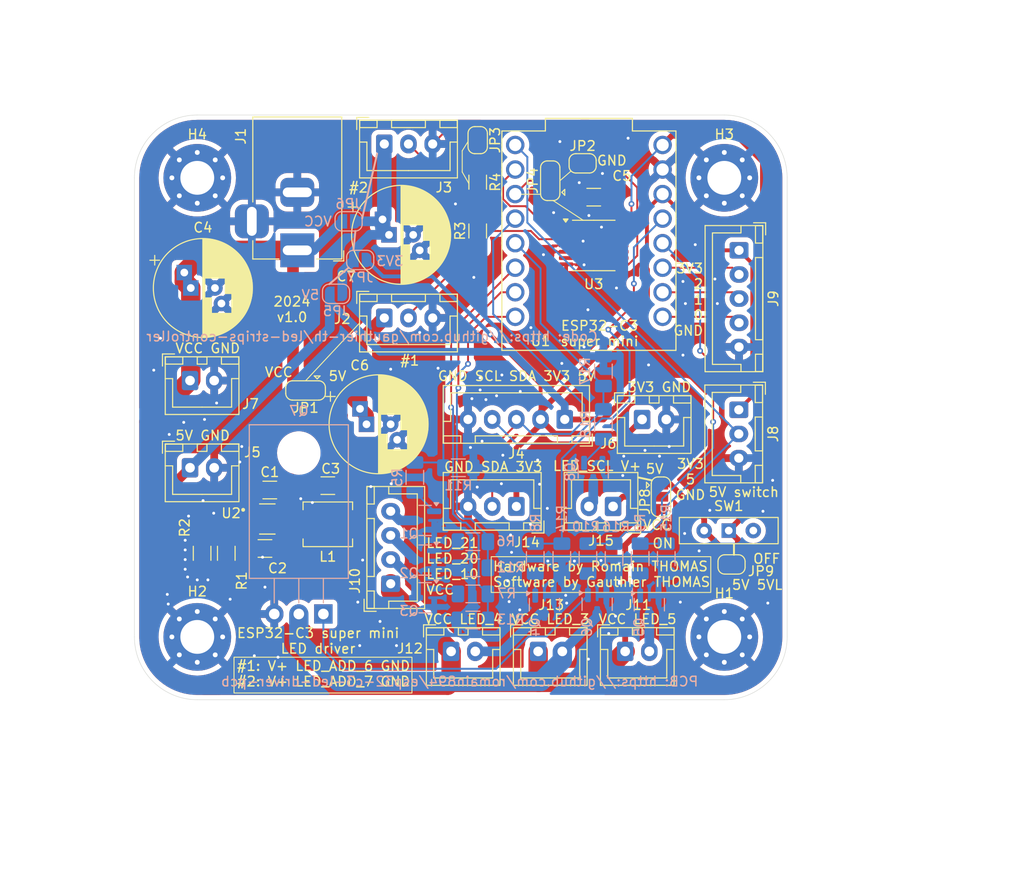
<source format=kicad_pcb>
(kicad_pcb (version 20240108) (generator "pcbnew") (generator_version "8.0")
  (title_block (title "WiFi LED driver based on ESP32-C3 super mini") (date "2024-09-30") (rev "v1.0") (company "Romain Thomas"))
  (layers (0 "F.Cu" signal) (31 "B.Cu" signal) (34 "B.Paste" user) (35 "F.Paste" user) (36 "B.SilkS" user "B.Silkscreen") (37 "F.SilkS" user "F.Silkscreen") (38 "B.Mask" user) (39 "F.Mask" user) (44 "Edge.Cuts" user))
  (net 0 "")
  (net 1 "Net-(U2-SW)")
  (net 2 "Net-(U2-CB)")
  (net 3 "GND")
  (net 4 "VCC")
  (net 5 "+5V")
  (net 6 "Net-(J2-Pin_1)")
  (net 7 "Net-(J3-Pin_1)")
  (net 8 "Net-(J2-Pin_2)")
  (net 9 "Net-(J3-Pin_2)")
  (net 10 "/SDA")
  (net 11 "+3V3")
  (net 12 "/SCL")
  (net 13 "Net-(J8-Pin_2)")
  (net 14 "Net-(J9-Pin_3)")
  (net 15 "Net-(J9-Pin_2)")
  (net 16 "Net-(J9-Pin_4)")
  (net 17 "Net-(J10-Pin_4)")
  (net 18 "Net-(J10-Pin_2)")
  (net 19 "Net-(J10-Pin_3)")
  (net 20 "Net-(J11-Pin_2)")
  (net 21 "Net-(J12-Pin_2)")
  (net 22 "Net-(J13-Pin_2)")
  (net 23 "Net-(JP2-A)")
  (net 24 "Net-(JP3-A)")
  (net 25 "/LED_ADD_2")
  (net 26 "Net-(Q1-G)")
  (net 27 "Net-(Q2-G)")
  (net 28 "Net-(Q3-G)")
  (net 29 "Net-(Q4-G)")
  (net 30 "Net-(Q5-G)")
  (net 31 "Net-(Q6-G)")
  (net 32 "Net-(U2-FB)")
  (net 33 "Net-(R3-Pad2)")
  (net 34 "Net-(U1-GPIO21)")
  (net 35 "Net-(U1-GPIO20)")
  (net 36 "Net-(U1-GPIO10)")
  (net 37 "Net-(U1-GPIO4)")
  (net 38 "Net-(U1-GPIO3)")
  (net 39 "/LED_ADD_1")
  (net 41 "Net-(J15-Pin_2)")
  (net 42 "Net-(J15-Pin_1)")
  (net 43 "Net-(Q8-G)")
  (net 45 "+5VL")
  (footprint "Jumper:SolderJumper-3_P1.3mm_Open_RoundedPad1.0x1.5mm" (layer "F.Cu") (at 154.95 100 -90)
    (property "Reference" "JP8")
    (property "Value" "SolderJumper_3_Open")
  )
  (footprint "Connector_JST:JST_XH_B2B-XH-A_1x02_P2.50mm_Vertical" (layer "F.Cu") (at 151.25 116)
    (property "Reference" "J11")
    (property "Value" "Conn_01x02")
  )
  (footprint "Inductor_SMD:L_Chilisin_BMRA00040420" (layer "F.Cu") (at 120.5 102.85 180)
    (property "Reference" "L1")
    (property "Value" "10uH")
  )
  (footprint "Capacitor_SMD:C_1206_3216Metric_Pad1.33x1.80mm_HandSolder" (layer "F.Cu") (at 148 69 180)
    (property "Reference" "C5")
    (property "Value" "100nf")
  )
  (footprint "MountingHole:MountingHole_3.5mm_Pad_Via" (layer "F.Cu") (at 107 67)
    (property "Reference" "H4")
    (property "Value" "MountingHole_Pad")
  )
  (footprint "Capacitor_SMD:C_1206_3216Metric_Pad1.33x1.80mm_HandSolder" (layer "F.Cu") (at 120.5 98.85 180)
    (property "Reference" "C3")
    (property "Value" "22uF")
  )
  (footprint "MountingHole:MountingHole_3.5mm_Pad_Via" (layer "F.Cu") (at 161.5 67)
    (property "Reference" "H3")
    (property "Value" "MountingHole_Pad")
  )
  (footprint "Connector_JST:JST_XH_B5B-XH-A_1x05_P2.50mm_Vertical" (layer "F.Cu") (at 145 92 180)
    (property "Reference" "J4")
    (property "Value" "Conn_01x05")
  )
  (footprint "Button_Switch_THT:SW_Slide-03_Wuerth-WS-SLTV_10x2.5x6.4_P2.54mm" (layer "F.Cu") (at 161.96 103.5)
    (property "Reference" "SW1")
    (property "Value" "SW_SPDT")
  )
  (footprint "Capacitor_THT:CP_Radial_D10.0mm_P2.50mm_P5.00mm" (layer "F.Cu") (at 126.829063 72.9)
    (property "Reference" "C7")
    (property "Value" "470uF")
  )
  (footprint "Connector_JST:JST_XH_B2B-XH-A_1x02_P2.50mm_Vertical" (layer "F.Cu") (at 142.25 116)
    (property "Reference" "J13")
    (property "Value" "Conn_01x02")
  )
  (footprint "Jumper:SolderJumper-2_P1.3mm_Open_RoundedPad1.0x1.5mm" (layer "F.Cu") (at 162.25 107)
    (property "Reference" "JP9")
    (property "Value" "SolderJumper_2_Open")
  )
  (footprint "MountingHole:MountingHole_3.5mm_Pad_Via" (layer "F.Cu") (at 107 114.5)
    (property "Reference" "H2")
    (property "Value" "MountingHole_Pad")
  )
  (footprint "Jumper:SolderJumper-2_P1.3mm_Open_RoundedPad1.0x1.5mm" (layer "F.Cu") (at 136 63.1 -90)
    (property "Reference" "JP3")
    (property "Value" "SolderJumper_2_Open")
  )
  (footprint "Jumper:SolderJumper-2_P1.3mm_Open_RoundedPad1.0x1.5mm" (layer "F.Cu") (at 146.85 65.5)
    (property "Reference" "JP2")
    (property "Value" "SolderJumper_2_Open")
  )
  (footprint "Package_SO:TSSOP-14_4.4x5mm_P0.65mm" (layer "F.Cu") (at 148 74)
    (property "Reference" "U3")
    (property "Value" "74AHCT125")
  )
  (footprint "Capacitor_SMD:C_1206_3216Metric_Pad1.33x1.80mm_HandSolder" (layer "F.Cu") (at 114 105.35)
    (property "Reference" "C2")
    (property "Value" "2.2uF")
  )
  (footprint "Connector_JST:JST_XH_B2B-XH-A_1x02_P2.50mm_Vertical" (layer "F.Cu") (at 133.25 116)
    (property "Reference" "J12")
    (property "Value" "Conn_01x02")
  )
  (footprint "Connector_JST:JST_XH_B2B-XH-A_1x02_P2.50mm_Vertical" (layer "F.Cu") (at 150 101 180)
    (property "Reference" "J15")
    (property "Value" "Conn_01x02")
  )
  (footprint "Resistor_SMD:R_1206_3216Metric_Pad1.30x1.75mm_HandSolder" (layer "F.Cu") (at 136 72.5 90)
    (property "Reference" "R3")
    (property "Value" "1k")
  )
  (footprint "Connector_JST:JST_XH_B3B-XH-A_1x03_P2.50mm_Vertical" (layer "F.Cu") (at 126.341874 63.5)
    (property "Reference" "J3")
    (property "Value" "Conn_01x03")
  )
  (footprint "Connector_JST:JST_XH_B2B-XH-A_1x02_P2.50mm_Vertical" (layer "F.Cu") (at 106.25 87.975)
    (property "Reference" "J7")
    (property "Value" "Conn_01x02")
  )
  (footprint "ESP32-C3_SUPERMINI:MODULE_ESP32-C3_SUPERMINI" (layer "F.Cu") (at 147.5 73.5)
    (property "Reference" "U1")
    (property "Value" "ESP32-C3_SUPERMINI")
  )
  (footprint "Connector_JST:JST_XH_B5B-XH-A_1x05_P2.50mm_Vertical" (layer "F.Cu") (at 163.025 74.5 -90)
    (property "Reference" "J9")
    (property "Value" "Conn_01x05")
  )
  (footprint "Connector_JST:JST_XH_B2B-XH-A_1x02_P2.50mm_Vertical" (layer "F.Cu") (at 153 92)
    (property "Reference" "J6")
    (property "Value" "Conn_01x02")
  )
  (footprint "Connector_BarrelJack:BarrelJack_Horizontal" (layer "F.Cu") (at 117.341874 74.5 -90)
    (property "Reference" "J1")
    (property "Value" "Barrel_Jack_Switch")
  )
  (footprint "Jumper:SolderJumper-3_P1.3mm_Bridged12_RoundedPad1.0x1.5mm" (layer "F.Cu") (at 143.5 67.3 90)
    (property "Reference" "JP4")
    (property "Value" "SolderJumper_3_Bridged12")
  )
  (footprint "Connector_JST:JST_XH_B4B-XH-A_1x04_P2.50mm_Vertical" (layer "F.Cu") (at 127 109 90)
    (property "Reference" "J10")
    (property "Value" "Conn_01x04")
  )
  (footprint "Capacitor_SMD:C_1206_3216Metric_Pad1.33x1.80mm_HandSolder" (layer "F.Cu") (at 114.5 99.3)
    (property "Reference" "C1")
    (property "Value" "100nF")
  )
  (footprint "TPS560430YFDBVR:SOT95P280X145-6N" (layer "F.Cu") (at 114.245 102.3)
    (property "Reference" "U2")
    (property "Value" "TPS560430YFDBVR")
  )
  (footprint "Connector_JST:JST_XH_B3B-XH-A_1x03_P2.50mm_Vertical" (layer "F.Cu") (at 140 101 180)
    (property "Reference" "J14")
    (property "Value" "Conn_01x03")
  )
  (footprint "Resistor_SMD:R_1206_3216Metric_Pad1.30x1.75mm_HandSolder" (layer "F.Cu") (at 107.5 105.85 90)
    (property "Reference" "R2")
    (property "Value" "22.1K")
  )
  (footprint "Connector_JST:JST_XH_B3B-XH-A_1x03_P2.50mm_Vertical" (layer "F.Cu") (at 163 91 -90)
    (property "Reference" "J8")
    (property "Value" "Conn_01x03")
  )
  (footprint "Connector_JST:JST_XH_B3B-XH-A_1x03_P2.50mm_Vertical" (layer "F.Cu") (at 126.341874 81.5)
    (property "Reference" "J2")
    (property "Value" "Conn_01x03")
  )
  (footprint "MountingHole:MountingHole_3.5mm_Pad_Via" (layer "F.Cu") (at 161.5 114.5)
    (property "Reference" "H1")
    (property "Value" "MountingHole_Pad")
  )
  (footprint "Resistor_SMD:R_1206_3216Metric_Pad1.30x1.75mm_HandSolder" (layer "F.Cu") (at 136 67.45 -90)
    (property "Reference" "R4")
    (property "Value" "1k")
  )
  (footprint "Capacitor_THT:CP_Radial_D10.0mm_P2.50mm_P5.00mm" (layer "F.Cu") (at 124.5 92.5)
    (property "Reference" "C6")
    (property "Value" "470uF")
  )
  (footprint "Resistor_SMD:R_1206_3216Metric_Pad1.30x1.75mm_HandSolder" (layer "F.Cu") (at 110 105.85 -90)
    (property "Reference" "R1")
    (property "Value" "88.7K")
  )
  (footprint "Jumper:SolderJumper-3_P1.3mm_Open_RoundedPad1.0x1.5mm" (layer "F.Cu") (at 118.2 89 180)
    (property "Reference" "JP1")
    (property "Value" "SolderJumper_3_Open")
  )
  (footprint "Connector_JST:JST_XH_B2B-XH-A_1x02_P2.50mm_Vertical" (layer "F.Cu") (at 106.25 97)
    (property "Reference" "J5")
    (property "Value" "Conn_01x02")
  )
  (footprint "Capacitor_THT:CP_Radial_D10.0mm_P2.50mm_P5.00mm" (layer "F.Cu") (at 106.329063 78.4)
    (property "Reference" "C4")
    (property "Value" "C_Polarized")
  )
  (footprint "Package_TO_SOT_SMD:SOT-23" (layer "B.Cu") (at 147.95 97.4375 -90)
    (property "Reference" "Q8")
    (property "Value" "AO3400A")
  )
  (footprint "Resistor_SMD:R_1206_3216Metric_Pad1.30x1.75mm_HandSolder" (layer "B.Cu") (at 144.7 106.4 -90)
    (property "Reference" "R14")
    (property "Value" "22k")
  )
  (footprint "Resistor_SMD:R_1206_3216Metric_Pad1.30x1.75mm_HandSolder" (layer "B.Cu") (at 135.5 112.75 180)
    (property "Reference" "R13")
    (property "Value" "22k")
  )
  (footprint "Package_TO_SOT_SMD:SOT-23" (layer "B.Cu") (at 153.75 111.1625 -90)
    (property "Reference" "Q5")
    (property "Value" "AO3400A")
  )
  (footprint "Package_TO_SOT_SMD:SOT-23" (layer "B.Cu") (at 142.9 111.1625 -90)
    (property "Reference" "Q4")
    (property "Value" "AO3400A")
  )
  (footprint "Resistor_SMD:R_1206_3216Metric_Pad1.30x1.75mm_HandSolder" (layer "B.Cu") (at 141.95 106.4 -90)
    (property "Reference" "R8")
    (property "Value" "1k")
  )
  (footprint "Resistor_SMD:R_1206_3216Metric_Pad1.30x1.75mm_HandSolder" (layer "B.Cu") (at 134 97)
    (property "Reference" "R11")
    (property "Value" "22k")
  )
  (footprint "Resistor_SMD:R_1206_3216Metric_Pad1.30x1.75mm_HandSolder" (layer "B.Cu") (at 155.5 106.4 -90)
    (property "Reference" "R15")
    (property "Value" "22k")
  )
  (footprint "Package_TO_SOT_THT:TO-220-3_Horizontal_TabDown" (layer "B.Cu") (at 120.04 112.13 180)
    (property "Reference" "Q7")
    (property "Value" "IRLZ44N")
  )
  (footprint "Package_TO_SOT_SMD:SOT-23" (layer "B.Cu") (at 130.5625 102.45 180)
    (property "Reference" "Q1")
    (property "Value" "AO3400A")
  )
  (footprint "Resistor_SMD:R_1206_3216Metric_Pad1.30x1.75mm_HandSolder" (layer "B.Cu") (at 135.5 110.05 180)
    (property "Reference" "R7")
    (property "Value" "1k")
  )
  (footprint "Jumper:SolderJumper-2_P1.3mm_Open_RoundedPad1.0x1.5mm" (layer "B.Cu") (at 122.65 71.5 180)
    (property "Reference" "JP6")
    (property "Value" "SolderJumper_2_Open")
  )
  (footprint "Package_TO_SOT_SMD:SOT-23" (layer "B.Cu") (at 130.5625 110.45 180)
    (property "Reference" "Q3")
    (property "Value" "AO3400A")
  )
  (footprint "Resistor_SMD:R_1206_3216Metric_Pad1.30x1.75mm_HandSolder" (layer "B.Cu") (at 149 87 90)
    (property "Reference" "R17")
    (property "Value" "22k")
  )
  (footprint "Jumper:SolderJumper-2_P1.3mm_Open_RoundedPad1.0x1.5mm" (layer "B.Cu") (at 121.35 79)
    (property "Reference" "JP5")
    (property "Value" "SolderJumper_2_Open")
  )
  (footprint "Resistor_SMD:R_1206_3216Metric_Pad1.30x1.75mm_HandSolder" (layer "B.Cu") (at 135.5 107.35 180)
    (property "Reference" "R12")
    (property "Value" "22k")
  )
  (footprint "Resistor_SMD:R_1206_3216Metric_Pad1.30x1.75mm_HandSolder" (layer "B.Cu") (at 150.1 106.4 -90)
    (property "Reference" "R16")
    (property "Value" "22k")
  )
  (footprint "Package_TO_SOT_SMD:SOT-23" (layer "B.Cu") (at 130.5625 106.55 180)
    (property "Reference" "Q2")
    (property "Value" "AO3400A")
  )
  (footprint "Resistor_SMD:R_1206_3216Metric_Pad1.30x1.75mm_HandSolder" (layer "B.Cu") (at 149 92.5 -90)
    (property "Reference" "R18")
    (property "Value" "1k")
  )
  (footprint "Resistor_SMD:R_1206_3216Metric_Pad1.30x1.75mm_HandSolder" (layer "B.Cu") (at 135.5 104.65 180)
    (property "Reference" "R6")
    (property "Value" "1k")
  )
  (footprint "Resistor_SMD:R_1206_3216Metric_Pad1.30x1.75mm_HandSolder" (layer "B.Cu") (at 147.4 106.4 -90)
    (property "Reference" "R10")
    (property "Value" "1k")
  )
  (footprint "Jumper:SolderJumper-2_P1.3mm_Open_RoundedPad1.0x1.5mm" (layer "B.Cu") (at 123.85 75.5)
    (property "Reference" "JP7")
    (property "Value" "SolderJumper_2_Open")
  )
  (footprint "Resistor_SMD:R_1206_3216Metric_Pad1.30x1.75mm_HandSolder" (layer "B.Cu") (at 152.8 106.4 -90)
    (property "Reference" "R9")
    (property "Value" "1k")
  )
  (footprint "Package_TO_SOT_SMD:SOT-23" (layer "B.Cu") (at 148.35 111.1125 -90)
    (property "Reference" "Q6")
    (property "Value" "AO3400A")
  )
  (footprint "Resistor_SMD:R_1206_3216Metric_Pad1.30x1.75mm_HandSolder" (layer "B.Cu") (at 129.5 98 -90)
    (property "Reference" "R5")
    (property "Value" "1k")
  )
  (gr_line (start 122.655025 76.294975) (end 120.65 78) (stroke (width 0.2)) (layer "B.SilkS"))
  (gr_line (start 123.35 72.5) (end 123.149986 74.499998) (stroke (width 0.2)) (layer "B.SilkS"))
  (gr_line (start 125.6 64.5) (end 124.05 71.2) (stroke (width 0.2)) (layer "B.SilkS"))
  (gr_rect (start 137.4 106.2) (end 160.1 109.9) (stroke (width 0.1)) (fill none) (layer "F.SilkS"))
  (gr_line (start 135 63.25) (end 134.4 64.2) (stroke (width 0.1)) (layer "F.SilkS"))
  (gr_line (start 134.4 64.2) (end 134.4 66.4) (stroke (width 0.1)) (layer "F.SilkS"))
  (gr_rect (start 110.8 116.6) (end 129.2 120.3) (stroke (width 0.1)) (fill none) (layer "F.SilkS"))
  (gr_line (start 154 98.3) (end 152.6 98) (stroke (width 0.2)) (layer "F.SilkS"))
  (gr_line (start 118.2 88) (end 123.781874 82.025) (stroke (width 0.1)) (layer "F.SilkS"))
  (gr_line (start 140.3 68.7) (end 142.5 68.7) (stroke (width 0.1)) (layer "F.SilkS"))
  (gr_line (start 143.8 69.35) (end 146.9 71.39) (stroke (width 0.1)) (layer "F.SilkS"))
  (gr_line (start 134.4 66.4) (end 135.09 67.6) (stroke (width 0.1)) (layer "F.SilkS"))
  (gr_line (start 162.5 106) (end 162.5 104.9) (stroke (width 0.2)) (layer "F.SilkS"))
  (gr_line (start 145.655025 66.294975) (end 144.5 67.3) (stroke (width 0.1)) (layer "F.SilkS"))
  (gr_arc (start 100.5 67) (mid 102.403806 62.403806) (end 107 60.5) (stroke (width 0.05)) (layer "Edge.Cuts"))
  (gr_arc (start 161.5 60.5) (mid 166.096194 62.403806) (end 168 67) (stroke (width 0.05)) (layer "Edge.Cuts"))
  (gr_line (start 161.5 60.5) (end 107 60.5) (stroke (width 0.05)) (layer "Edge.Cuts"))
  (gr_line (start 107 121) (end 161.5 121) (stroke (width 0.05)) (layer "Edge.Cuts"))
  (gr_line (start 100.5 67) (end 100.5 114.5) (stroke (width 0.05)) (layer "Edge.Cuts"))
  (gr_arc (start 107 121) (mid 102.403806 119.096194) (end 100.5 114.5) (stroke (width 0.05)) (layer "Edge.Cuts"))
  (gr_arc (start 168 114.5) (mid 166.096194 119.096194) (end 161.5 121) (stroke (width 0.05)) (layer "Edge.Cuts"))
  (gr_line (start 168 114.5) (end 168 67) (stroke (width 0.05)) (layer "Edge.Cuts"))
  (gr_text "PCB: https://github.com/romain894/esp32-c3-led-driver-pcb" (at 158.9 119.7 0) (layer "B.SilkS") (effects (font (size 1 1)) (justify left bottom mirror)))
  (gr_text "VCC" (at 121 72.1 0) (layer "B.SilkS") (effects (font (size 1 1)) (justify left bottom mirror)))
  (gr_text "3V3" (at 128.4 76.2 0) (layer "B.SilkS") (effects (font (size 1 1)) (justify left bottom mirror)))
  (gr_text "5V" (at 119.7 79.7 0) (layer "B.SilkS") (effects (font (size 1 1)) (justify left bottom mirror)))
  (gr_text "Code: https://github.com/gauthier-th/led-strips-controller" (at 148.5 84 0) (layer "B.SilkS") (effects (font (size 1 1)) (justify left bottom mirror)))
  (gr_text "3V3\n5\nGND" (at 158 100.4 0) (layer "F.SilkS") (effects (font (size 1 1)) (justify bottom)))
  (gr_text "GND SDA 3V3" (at 132.44 97.49 0) (layer "F.SilkS") (effects (font (size 1 1)) (justify left bottom)))
  (gr_text "VCC" (at 153 103.5 0) (layer "F.SilkS") (effects (font (size 1 1)) (justify left bottom)))
  (gr_text "ESP32-C3 super mini\nLED driver" (at 119.5 116.3 0) (layer "F.SilkS") (effects (font (size 1 1)) (justify bottom)))
  (gr_text "5V" (at 120.5 88.1 0) (layer "F.SilkS") (effects (font (size 1 1)) (justify left bottom)))
  (gr_text "LED_SCL V+" (at 143.7 97.4 0) (layer "F.SilkS") (effects (font (size 1 1)) (justify left bottom)))
  (gr_text "VCC GND" (at 104.65 85.225 0) (layer "F.SilkS") (effects (font (size 1 1)) (justify left bottom)))
  (gr_text "3V3\n2\n1\n0\nGND" (at 159.4 83.4 0) (layer "F.SilkS") (effects (font (size 1 1)) (justify right bottom)))
  (gr_text "2024\nv1.0" (at 116.8 82 0) (layer "F.SilkS") (effects (font (size 1 1)) (justify bottom)))
  (gr_text "VCC LED_4" (at 130.4 113.25 0) (layer "F.SilkS") (effects (font (size 1 1)) (justify left bottom)))
  (gr_text "GND SCL SDA 3V3 5V" (at 131.8 88.1 0) (layer "F.SilkS") (effects (font (size 1 1)) (justify left bottom)))
  (gr_text "VCC LED_3" (at 139.4 113.25 0) (layer "F.SilkS") (effects (font (size 1 1)) (justify left bottom)))
  (gr_text "#1" (at 127.9 86.5 0) (layer "F.SilkS") (effects (font (size 1 1)) (justify left bottom)))
  (gr_text "VCC LED_5" (at 148.4 113.25 0) (layer "F.SilkS") (effects (font (size 1 1)) (justify left bottom)))
  (gr_text "#1: V+ LED_ADD_6 GND\n#2: V+ LED_ADD_7 GND" (at 111 119.7 0) (layer "F.SilkS") (effects (font (size 1 1)) (justify left bottom)))
  (gr_text "ON" (at 154 105.4 0) (layer "F.SilkS") (effects (font (size 1 1)) (justify left bottom)))
  (gr_text "5V" (at 153.3 97.7 0) (layer "F.SilkS") (effects (font (size 1 1)) (justify left bottom)))
  (gr_text "ESP32-C3\nsuper mini" (at 148.6 84.5 0) (layer "F.SilkS") (effects (font (size 1 1)) (justify bottom)))
  (gr_text "VCC" (at 113.9 87.7 0) (layer "F.SilkS") (effects (font (size 1 1)) (justify left bottom)))
  (gr_text "5V switch" (at 159.8 100.1 0) (layer "F.SilkS") (effects (font (size 1 1)) (justify left bottom)))
  (gr_text "OFF" (at 164.4 107 0) (layer "F.SilkS") (effects (font (size 1 1)) (justify left bottom)))
  (gr_text "5V 5VL" (at 162.2 109.7 0) (layer "F.SilkS") (effects (font (size 1 1)) (justify left bottom)))
  (gr_text "Hardware by Romain THOMAS\nSoftware by Gauthier THOMAS" (at 137.5 109.4 0) (layer "F.SilkS") (effects (font (size 1 1)) (justify left bottom)))
  (gr_text "LED_21\nLED_20\nLED_10\nVCC" (at 130.6 110.2 0) (layer "F.SilkS") (effects (font (size 1 1)) (justify left bottom)))
  (gr_text "GND" (at 148.25 65.8 0) (layer "F.SilkS") (effects (font (size 1 1)) (justify left bottom)))
  (gr_text "5V GND" (at 104.65 94.25 0) (layer "F.SilkS") (effects (font (size 1 1)) (justify left bottom)))
  (gr_text "#2" (at 122.6 68.6 0) (layer "F.SilkS") (effects (font (size 1 1)) (justify left bottom)))
  (gr_text "3V3 GND" (at 151.4 89.25 0) (layer "F.SilkS") (effects (font (size 1 1)) (justify left bottom)))
  (segment (start 116.0625 100.7375) (end 115.5 101.3) (width 0.6) (layer "F.Cu") (net 1))
  (segment (start 118.65 102.85) (end 117.1 101.3) (width 0.6) (layer "F.Cu") (net 1))
  (segment (start 117.1 101.3) (end 115.5 101.3) (width 0.6) (layer "F.Cu") (net 1))
  (segment (start 116.0625 98.85) (end 116.0625 100.7375) (width 0.6) (layer "F.Cu") (net 1))
  (segment (start 112.9375 98.85) (end 112.9375 101.2975) (width 0.6) (layer "F.Cu") (net 2))
  (segment (start 112.9375 101.2975) (end 112.99 101.35) (width 0.6) (layer "F.Cu") (net 2))
  (segment (start 149.4 73.3) (end 149.4 73.2) (width 0.2) (layer "F.Cu") (net 3))
  (segment (start 116.792588 97.9) (end 115.332412 97.9) (width 0.6) (layer "F.Cu") (net 3))
  (segment (start 145.1375 75.95) (end 146.95 75.95) (width 0.2) (layer "F.Cu") (net 3))
  (segment (start 107 107.9) (end 107.5 107.4) (width 0.4) (layer "F.Cu") (net 3))
  (segment (start 107 108.6) (end 108 108.6) (width 0.4) (layer "F.Cu") (net 3))
  (segment (start 114.25 102.6) (end 114.25 102.35) (width 0.6) (layer "F.Cu") (net 3))
  (segment (start 149.4 73.7) (end 149.4 73.3) (width 0.2) (layer "F.Cu") (net 3))
  (segment (start 106.3 108.6) (end 106 108.3) (width 0.4) (layer "F.Cu") (net 3))
  (segment (start 112.99 102.3) (end 114.2 102.3) (width 0.6) (layer "F.Cu") (net 3))
  (segment (start 114.5 98.732412) (end 114.5 99.85) (width 0.6) (layer "F.Cu") (net 3))
  (segment (start 112.85 105.35) (end 113.75 106.25) (width 0.6) (layer "F.Cu") (net 3))
  (segment (start 146.65 74.65) (end 147 75) (width 0.2) (layer "F.Cu") (net 3))
  (segment (start 119.9625 96.9375) (end 119.9625 93.8625) (width 0.4) (layer "F.Cu") (net 3))
  (segment (start 146.9 73.075001) (end 146.9 73.55) (width 0.2) (layer "F.Cu") (net 3))
  (segment (start 133.741874 61.1) (end 147.5 61.1) (width 0.2) (layer "F.Cu") (net 3))
  (segment (start 114.25 102.6) (end 114.25 104.532412) (width 0.6) (layer "F.Cu") (net 3))
  (segment (start 145.1375 74.65) (end 143.1 74.65) (width 0.2) (layer "F.Cu") (net 3))
  (segment (start 146.45 74) (end 146.9 73.55) (width 0.2) (layer "F.Cu") (net 3))
  (segment (start 149.45 73.35) (end 149.4 73.3) (width 0.2) (layer "F.Cu") (net 3))
  (segment (start 145.874999 72.05) (end 146.9 73.075001) (width 0.2) (layer "F.Cu") (net 3))
  (segment (start 107 108.6) (end 106.3 108.6) (width 0.4) (layer "F.Cu") (net 3))
  (segment (start 117.225 98.332412) (end 116.792588 97.9) (width 0.6) (layer "F.Cu") (net 3))
  (segment (start 114.25 102.35) (end 114.25 100.1) (width 0.6) (layer "F.Cu") (net 3))
  (segment (start 143.1 74.65) (end 142.8 74.95) (width 0.2) (layer "F.Cu") (net 3))
  (segment (start 117.225 98.4) (end 117.225 98.332412) (width 0.6) (layer "F.Cu") (net 3))
  (segment (start 119.9625 93.8625) (end 118.4 92.3) (width 0.4) (layer "F.Cu") (net 3))
  (segment (start 146.95 75.95) (end 147 76) (width 0.2) (layer "F.Cu") (net 3))
  (segment (start 112.4375 105.35) (end 112.85 105.35) (width 0.6) (layer "F.Cu") (net 3))
  (segment (start 118.9375 97.9625) (end 119.9625 96.9375) (width 0.4) (layer "F.Cu") (net 3))
  (segment (start 108 107.9) (end 107.5 107.4) (width 0.4) (layer "F.Cu") (net 3))
  (segment (start 114.2 102.3) (end 114.25 102.35) (width 0.6) (layer "F.Cu") (net 3))
  (segment (start 113.432412 105.35) (end 112.4375 105.35) (width 0.6) (layer "F.Cu") (net 3))
  (segment (start 150.125001 74.65) (end 149.4 73.924999) (width 0.2) (layer "F.Cu") (net 3))
  (segment (start 150.8625 72.7) (end 149.4 72.7) (width 0.2) (layer "F.Cu") (net 3))
  (segment (start 145.1375 75.95) (end 143.8 75.95) (width 0.2) (layer "F.Cu") (net 3))
  (segment (start 145.1375 74) (end 143.75 74) (width 0.2) (layer "F.Cu") (net 3))
  (segment (start 150.8625 74.65) (end 150.125001 74.65) (width 0.2) (layer "F.Cu") (net 3))
  (segment (start 108 108.6) (end 108 107.9) (width 0.4) (layer "F.Cu") (net 3))
  (segment (start 149.4 73.924999) (end 149.4 73.7) (width 0.2) (layer "F.Cu") (net 3))
  (segment (start 114.25 104.532412) (end 113.432412 105.35) (width 0.6) (layer "F.Cu") (net 3))
  (segment (start 143.75 74) (end 142.8 74.95) (width 0.2) (layer "F.Cu") (net 3))
  (segment (start 145.1375 74.65) (end 146.65 74.65) (width 0.2) (layer "F.Cu") (net 3))
  (segment (start 107 108.6) (end 107 107.9) (width 0.4) (layer "F.Cu") (net 3))
  (segment (start 145.1375 72.05) (end 145.874999 72.05) (width 0.2) (layer "F.Cu") (net 3))
  (segment (start 118.4 92.3) (end 116.6 92.3) (width 0.4) (layer "F.Cu") (net 3))
  (segment (start 114.25 100.1) (end 114.5 99.85) (width 0.6) (layer "F.Cu") (net 3))
  (segment (start 118.9375 98.85) (end 117.675 98.85) (width 0.6) (layer "F.Cu") (net 3))
  (segment (start 149.4 72.7) (end 148.8 72.1) (width 0.2) (layer "F.Cu") (net 3))
  (segment (start 143.8 75.95) (end 142.8 74.95) (width 0.2) (layer "F.Cu") (net 3))
  (segment (start 117.675 98.85) (end 117.225 98.4) (width 0.6) (layer "F.Cu") (net 3))
  (segment (start 145.1375 74) (end 146.45 74) (width 0.2) (layer "F.Cu") (net 3))
  (segment (start 147 75) (end 147 76) (width 0.2) (layer "F.Cu") (net 3))
  (segment (start 150.8625 73.35) (end 149.45 73.35) (width 0.2) (layer "F.Cu") (net 3))
  (segment (start 118.9375 98.85) (end 118.9375 97.9625) (width 0.4) (layer "F.Cu") (net 3))
  (segment (start 149.4 73.2) (end 149.4 72.7) (width 0.2) (layer "F.Cu") (net 3))
  (segment (start 131.341874 63.5) (end 133.741874 61.1) (width 0.2) (layer "F.Cu") (net 3))
  (segment (start 115.332412 97.9) (end 114.5 98.732412) (width 0.6) (layer "F.Cu") (net 3))
  (via (at 153.3 95.2) (size 0.6) (drill 0.3) (layers "F.Cu" "B.Cu") (net 3))
  (via (at 144.7 86.2) (size 0.6) (drill 0.3) (layers "F.Cu" "B.Cu") (net 3))
  (via (at 147.4 80.65) (size 0.6) (drill 0.3) (layers "F.Cu" "B.Cu") (net 3))
  (via (at 158.496 73.914) (size 0.6) (drill 0.3) (layers "F.Cu" "B.Cu") (net 3))
  (via (at 160.782 80.01) (size 0.6) (drill 0.3) (layers "F.Cu" "B.Cu") (net 3))
  (via (at 106 108.3) (size 0.6) (drill 0.3) (layers "F.Cu" "B.Cu") (net 3))
  (via (at 131.9 86.7) (size 0.6) (drill 0.3) (layers "F.Cu" "B.Cu") (net 3))
  (via (at 154.8 95.8) (size 0.6) (drill 0.3) (layers "F.Cu" "B.Cu") (net 3))
  (via (at 147 84.5) (size 0.6) (drill 0.3) (layers "F.Cu" "B.Cu") (net 3))
  (via (at 117.7 100.2) (size 0.6) (drill 0.3) (layers "F.Cu" "B.Cu") (net 3))
  (via (at 135.95 99) (size 0.6) (drill 0.3) (layers "F.Cu" "B.Cu") (net 3))
  (via (at 142.8 74.95) (size 0.6) (drill 0.3) (layers "F.Cu" "B.Cu") (net 3))
  (via (at 136.85 89.95) (size 0.6) (drill 0.3) (layers "F.Cu" "B.Cu") (net 3))
  (via (at 127 86.8) (size 0.6) (drill 0.3) (layers "F.Cu" "B.Cu") (net 3))
  (via (at 107 108.6) (size 0.6) (drill 0.3) (layers "F.Cu" "B.Cu") (net 3))
  (via (at 108.1 108.6) (size 0.6) (drill 0.3) (layers "F.Cu" "B.Cu") (net 3))
  (via (at 148.9 66.55) (size 0.6) (drill 0.3) (layers "F.Cu" "B.Cu") (net 3))
  (via (at 107.6 100.4) (size 0.6) (drill 0.3) (layers "F.Cu" "B.Cu") (net 3))
  (via (at 139.4 103.95) (size 0.6) (drill 0.3) (layers "F.Cu" "B.Cu") (net 3))
  (via (at 135.6 77.3) (size 0.6) (drill 0.3) (layers "F.Cu" "B.Cu") (net 3))
  (via (at 148.8 72.1) (size 0.6) (drill 0.3) (layers "F.Cu" "B.Cu") (net 3))
  (via (at 105.75 104.5) (size 0.6) (drill 0.3) (layers "F.Cu" "B.Cu") (net 3))
  (via (at 106.1 102) (size 0.6) (drill 0.3) (layers "F.Cu" "B.Cu") (net 3))
  (via (at 125.9 112.9) (size 0.6) (drill 0.3) (layers "F.Cu" "B.Cu") (net 3))
  (via (at 111.6 94.8) (size 0.6) (drill 0.3) (layers "F.Cu" "B.Cu") (net 3))
  (via (at 139.1 108.7) (size 0.6) (drill 0.3) (layers "F.Cu" "B.Cu") (net 3))
  (via (at 157.48 80.01) (size 0.6) (drill 0.3) (layers "F.Cu" "B.Cu") (net 3))
  (via (at 155.8 94.8) (size 0.6) (drill 0.3) (layers "F.Cu" "B.Cu") (net 3))
  (via (at 151.55 62.9) (size 0.6) (drill 0.3) (layers "F.Cu" "B.Cu") (net 3))
  (via (at 135.25 94.9) (size 0.6) (drill 0.3) (layers "F.Cu" "B.Cu") (net 3))
  (via (at 150.35 78.4) (size 0.6) (drill 0.3) (layers "F.Cu" "B.Cu") (net 3))
  (via (at 118.9 100.6) (size 0.6) (drill 0.3) (layers "F.Cu" "B.Cu") (net 3))
  (via (at 137.95 89.55) (size 0.6) (drill 0.3) (layers "F.Cu" "B.Cu") (net 3))
  (via (at 138.5 87.4) (size 0.6) (drill 0.3) (layers "F.Cu" "B.Cu") (net 3))
  (via (at 156.95 110.9) (size 0.6) (drill 0.3) (layers "F.Cu" "B.Cu") (net 3))
  (via (at 133.7 69.7) (size 0.6) (drill 0.3) (layers "F.Cu" "B.Cu") (net 3))
  (via (at 147.45 116.8) (size 0.6) (drill 0.3) (layers "F.Cu" "B.Cu") (net 3))
  (via (at 138.45 98.65) (size 0.6) (drill 0.3) (layers "F.Cu" "B.Cu") (net 3))
  (via (at 139.5 105.75) (size 0.6) (drill 0.3) (layers "F.Cu" "B.Cu") (net 3))
  (via (at 160.528 77.47) (size 0.6) (drill 0.3) (layers "F.Cu" "B.Cu") (net 3))
  (via (at 145.2 111) (size 0.6) (drill 0.3) (layers "F.Cu" "B.Cu") (net 3))
  (via (at 166.5 98.3) (size 0.6) (drill 0.3) (layers "F.Cu" "B.Cu") (net 3))
  (via (at 143.2 101.2) (size 0.6) (drill 0.3) (layers "F.Cu" "B.Cu") (net 3))
  (via (at 112.9 116.45) (size 0.6) (drill 0.3) (layers "F.Cu" "B.Cu") (net 3))
  (via (at 124.1 106.55) (size 0.6) (drill 0.3) (layers "F.Cu" "B.Cu") (net 3))
  (via (at 149.55 114.15) (size 0.6) (drill 0.3) (layers "F.Cu" "B.Cu") (net 3))
  (via (at 153.67 86.36) (size 0.6) (drill 0.3) (layers "F.Cu" "B.Cu") (net 3))
  (via (at 146 106.65) (size 0.6) (drill 0.3) (layers "F.Cu" "B.Cu") (net 3))
  (via (at 141.45 102.85) (size 0.6) (drill 0.3) (layers "F.Cu" "B.Cu") (net 3))
  (via (at 103.2 83.6) (size 0.6) (drill 0.3) (layers "F.Cu" "B.Cu") (net 3))
  (via (at 113.75 106.25) (size 0.6) (drill 0.3) (layers "F.Cu" "B.Cu") (net 3))
  (via (at 142.2 96.2) (size 0.6) (drill 0.3) (layers "F.Cu" "B.Cu") (net 3))
  (via (at 109 90.3) (size 0.6) (drill 0.3) (layers "F.Cu" "B.Cu") (net 3))
  (via (at 102.5 86.9) (size 0.6) (drill 0.3) (layers "F.Cu" "B.Cu") (net 3))
  (via (at 127.05 98.65) (size 0.6) (drill 0.3) (layers "F.Cu" "B.Cu") (net 3))
  (via (at 105.6 92.3) (size 0.6) (drill 0.3) (layers "F.Cu" "B.Cu") (net 3))
  (via (at 157.226 85.344) (size 0.6) (drill 0.3) (layers "F.Cu" "B.Cu") (net 3))
  (via (at 136.25 87.7) (size 0.6) (drill 0.3) (layers "F.Cu" "B.Cu") (net 3))
  (via (at 151 97.8) (size 0.6) (drill 0.3) (layers "F.Cu" "B.Cu") (net 3))
  (via (at 103.9 110.1) (size 0.6) (drill 0.3) (layers "F.Cu" "B.Cu") (net 3))
  (via (at 140.35 111.7) (size 0.6) (drill 0.3) (layers "F.Cu" "B.Cu") (net 3))
  (via (at 139.25 110.85) (size 0.6) (drill 0.3) (layers "F.Cu" "B.Cu") (net 3))
  (via (at 138.6 95.7) (size 0.6) (drill 0.3) (layers "F.Cu" "B.Cu") (net 3))
  (via (at 104 111.1) (size 0.6) (drill 0.3) (layers "F.Cu" "B.Cu") (net 3))
  (via (at 160 101.4) (size 0.6) (drill 0.3) (layers "F.Cu" "B.Cu") (net 3))
  (via (at 136.25 88.95) (size 0.6) (drill 0.3) (layers "F.Cu" "B.Cu") (net 3))
  (via (at 145.1 110.2) (size 0.6) (drill 0.3) (layers "F.Cu" "B.Cu") (net 3))
  (via (at 130 83) (size 0.6) (drill 0.3) (layers "F.Cu" "B.Cu") (net 3))
  (via (at 157.4 103.8) (size 0.6) (drill 0.3) (layers "F.Cu" "B.Cu") (net 3))
  (via (at 147.5 70.9) (size 0.6) (drill 0.3) (layers "F.Cu" "B.Cu") (net 3))
  (via (at 142.4 98.7) (size 0.6) (drill 0.3) (layers "F.Cu" "B.Cu") (net 3))
  (via (at 140.4 89.1) (size 0.6) (drill 0.3) (layers "F.Cu" "B.Cu") (net 3))
  (via (at 146.5 67.5) (size 0.6) (drill 0.3) (layers "F.Cu" "B.Cu") (net 3))
  (via (at 127.6 115.4) (size 0.6) (drill 0.3) (layers "F.Cu" "B.Cu") (net 3))
  (via (at 144.5 63.25) (size 0.6) (drill 0.3) (layers "F.Cu" "B.Cu") (net 3))
  (via (at 107.75 92) (size 0.6) (drill 0.3) (layers "F.Cu" "B.Cu") (net 3))
  (via (at 148.75 106.6) (size 0.6) (drill 0.3) (layers "F.Cu" "B.Cu") (net 3))
  (via (at 146.9 73.55) (size 0.6) (drill 0.3) (layers "F.Cu" "B.Cu") (net 3))
  (via (at 114 109.35) (size 0.6) (drill 0.3) (layers "F.Cu" "B.Cu") (net 3))
  (via (at 105.75 107.5) (size 0.6) (drill 0.3) (layers "F.Cu" "B.Cu") (net 3))
  (via (at 124.95 98.95) (size 0.6) (drill 0.3) (layers "F.Cu" "B.Cu") (net 3))
  (via (at 151.1 95.8) (size 0.6) (drill 0.3) (layers "F.Cu" "B.Cu") (net 3))
  (via (at 123.8 115.4) (size 0.6) (drill 0.3) (layers "F.Cu" "B.Cu") (net 3))
  (via (at 143.85 70.6) (size 0.6) (drill 0.3) (layers "F.Cu" "B.Cu") (net 3))
  (via (at 147 76) (size 0.6) (drill 0.3) (layers "F.Cu" "B.Cu") (net 3))
  (via (at 141.5 82.5) (size 0.6) (drill 0.3) (layers "F.Cu" "B.Cu") (net 3))
  (via (at 165.5 101.5) (size 0.6) (drill 0.3) (layers "F.Cu" "B.Cu") (net 3))
  (via (at 104.1 93.55) (size 0.6) (drill 0.3) (layers "F.Cu" "B.Cu") (net 3))
  (via (at 150.25 112.35) (size 0.6) (drill 0.3) (layers "F.Cu" "B.Cu") (net 3))
  (via (at 115.35 116.6) (size 0.6) (drill 0.3) (layers "F.Cu" "B.Cu") (net 3))
  (via (at 166 111) (size 0.6) (drill 0.3) (layers "F.Cu" "B.Cu") (net 3))
  (via (at 123.6 110.9) (size 0.6) (drill 0.3) (layers "F.Cu" "B.Cu") (net 3))
  (via (at 105.75 105.5) (size 0.6) (drill 0.3) (layers "F.Cu" "B.Cu") (net 3))
  (via (at 111.4 96.4) (size 0.6) (drill 0.3) (layers "F.Cu" "B.Cu") (net 3))
  (via (at 157.226 77.724) (size 0.6) (drill 0.3) (layers "F.Cu" "B.Cu") (net 3))
  (via (at 143.25 106.65) (size 0.6) (drill 0.3) (layers "F.Cu" "B.Cu") (net 3))
  (via (at 136.45 94.25) (size 0.6) (drill 0.3) (layers "F.Cu" "B.Cu") (net 3))
  (via (at 110.4 110.6) (size 0.6) (drill 0.3) (layers "F.Cu" "B.Cu") (net 3))
  (via (at 158.9 105.6) (size 0.6) (drill 0.3) (layers "F.Cu" "B.Cu") (net 3))
  (via (at 105.75 106.5) (size 0.6) (drill 0.3) (layers "F.Cu" "B.Cu") (net 3))
  (via (at 135.4 89.85) (size 0.6) (drill 0.3) (layers "F.Cu" "B.Cu") (net 3))
  (via (at 108.7 101.7) (size 0.6) (drill 0.3) (layers "F.Cu" "B.Cu") (net 3))
  (segment (start 154.7 108.75) (end 155.5 107.95) (width 0.6) (layer "B.Cu") (net 3))
  (segment (start 135.4 108.8) (end 135.4 111.3) (width 0.8) (layer "B.Cu") (net 3))
  (segment (start 150.1 107.95) (end 148.75 106.6) (width 0.6) (layer "B.Cu") (net 3))
  (segment (start 132.7375 100.3375) (end 131.9 99.5) (width 0.6) (layer "B.Cu") (net 3))
  (segment (start 144.7 107.95) (end 146 106.65) (width 0.6) (layer "B.Cu") (net 3))
  (segment (start 131.6 103.3) (end 134.6 103.3) (width 0.4) (layer "B.Cu") (net 3))
  (segment (start 155.5 107.95) (end 154.1 106.55) (width 0.6) (layer "B.Cu") (net 3))
  (segment (start 149.3 108.75) (end 150.1 107.95) (width 0.6) (layer "B.Cu") (net 3))
  (segment (start 137 103) (end 138.1 103) (width 0.6) (layer "B.Cu") (net 3))
  (segment (start 143.85 108.8) (end 144.7 107.95) (width 0.6) (layer "B.Cu") (net 3))
  (segment (start 135.3 104) (end 135.3 106) (width 0.4) (layer "B.Cu") (net 3))
  (segment (start 134.6 103.3) (end 135.3 104) (width 0.4) (layer "B.Cu") (net 3))
  (segment (start 149.3 110.175) (end 149.3 108.75) (width 0.6) (layer "B.Cu") (net 3))
  (segment (start 131.5 103.4) (end 131.6 103.3) (width 0.4) (layer "B.Cu") (net 3))
  (segment (start 132.7375 102.1625) (end 132.7375 100.3375) (width 0.6) (layer "B.Cu") (net 3))
  (segment (start 144.7 107.95) (end 144.55 107.95) (width 0.6) (layer "B.Cu") (net 3))
  (segment (start 135 101) (end 137 103) (width 0.6) (layer "B.Cu") (net 3))
  (segment (start 131.5 103.4) (end 132.7375 102.1625) (width 0.6) (layer "B.Cu") (net 3))
  (segment (start 138.075 114.225) (end 139 113.3) (width 0.8) (layer "B.Cu") (net 3))
  (segment (start 135.4 111.3) (end 133.95 112.75) (width 0.8) (layer "B.Cu") (net 3))
  (segment (start 135.3 106) (end 133.95 107.35) (width 0.4) (layer "B.Cu") (net 3))
  (segment (start 151.5 106.55) (end 151.55 106.55) (width 0.6) (layer "B.Cu") (net 3))
  (segment (start 133.95 112.75) (end 135.425 114.225) (width 0.8) (layer "B.Cu") (net 3))
  (segment (start 143.85 110.225) (end 143.85 108.8) (width 0.6) (layer "B.Cu") (net 3))
  (segment (start 135.425 114.225) (end 138.075 114.225) (width 0.8) (layer "B.Cu") (net 3))
  (segment (start 144.55 107.95) (end 143.25 106.65) (width 0.6) (layer "B.Cu") (net 3))
  (segment (start 133.95 107.35) (end 135.4 108.8) (width 0.8) (layer "B.Cu") (net 3))
  (segment (start 150.1 107.95) (end 151.5 106.55) (width 0.6) (layer "B.Cu") (net 3))
  (segment (start 154.7 110.225) (end 154.7 108.75) (width 0.6) (layer "B.Cu") (net 3))
  (segment (start 127 109.75) (end 133.25 116) (width 2) (layer "F.Cu") (net 4))
  (segment (start 105.658126 76.8) (end 105.658126 77.729063) (width 2) (layer "F.Cu") (net 4))
  (segment (start 106.329063 78.4) (end 106.329063 87.895937) (width 2) (layer "F.Cu") (net 4))
  (segment (start 110.8 119.5) (end 109.2 119.5) (width 2) (layer "F.Cu") (net 4))
  (segment (start 115.5625 105.35) (end 115.5625 103.3125) (width 0.6) (layer "F.Cu") (net 4))
  (segment (start 119.1 91.3) (end 120.8625 93.0625) (width 1) (layer "F.Cu") (net 4))
  (segment (start 116.9 74.941874) (end 117.341874 74.5) (width 1) (layer "F.Cu") (net 4))
  (segment (start 106.25 87.975) (end 102 92.225) (width 2) (layer "F.Cu") (net 4))
  (segment (start 120.8625 93.0625) (end 120.8625 97.63707) (width 1) (layer "F.Cu") (net 4))
  (segment (start 151.25 105) (end 151.25 116) (width 0.6) (layer "F.Cu") (net 4))
  (segment (start 120.7 104.55) (end 119.9 105.35) (width 1) (layer "F.Cu") (net 4))
  (segment (start 133.25 119.15) (end 133.3 119.2) (width 2) (layer "F.Cu") (net 4))
  (segment (start 148.05 119.2) (end 151.25 116) (width 2) (layer "F.Cu") (net 4))
  (segment (start 106.329063 87.895937) (end 106.25 87.975) (width 2) (layer "F.Cu") (net 4))
  (segment (start 116.9 90.35) (end 117.85 91.3) (width 1) (layer "F.Cu") (net 4))
  (segment (start 142.25 119.15) (end 142.3 119.2) (width 2) (layer "F.Cu") (net 4))
  (segment (start 119.9 105.35) (end 115.5625 105.35) (width 1) (layer "F.Cu") (net 4))
  (segment (start 109.2 119.5) (end 107.7 119.5) (width 2) (layer "F.Cu") (net 4))
  (segment (start 142.25 116) (end 142.25 119.15) (width 2) (layer "F.Cu") (net 4))
  (segment (start 116.9 89) (end 116.9 90.35) (width 1) (layer "F.Cu") (net 4))
  (segment (start 116.9 89) (end 116.9 74.941874) (width 1.2) (layer "F.Cu") (net 4))
  (segment (start 154.95 101.3) (end 151.25 105) (width 0.6) (layer "F.Cu") (net 4))
  (segment (start 102 92.225) (end 102 114.5) (width 2) (layer "F.Cu") (net 4))
  (segment (start 133.25 116) (end 133.25 119.15) (width 2) (layer "F.Cu") (net 4))
  (segment (start 117.341874 74.5) (end 107.958126 74.5) (width 2) (layer "F.Cu") (net 4))
  (segment (start 120.8625 97.63707) (end 120.7 97.79957) (width 1) (layer "F.Cu") (net 4))
  (segment (start 117.85 91.3) (end 119.1 91.3) (width 1) (layer "F.Cu") (net 4))
  (segment (start 105.658126 77.729063) (end 106.329063 78.4) (width 2) (layer "F.Cu") (net 4))
  (segment (start 133.3 119.2) (end 142.3 119.2) (width 2) (layer "F.Cu") (net 4))
  (segment (start 133.25 119.15) (end 132.9 119.5) (width 2) (layer "F.Cu") (net 4))
  (segment (start 127 109) (end 127 109.75) (width 2) (layer "F.Cu") (net 4))
  (segment (start 132.9 119.5) (end 110.8 119.5) (width 2) (layer "F.Cu") (net 4))
  (segment (start 116.5 75.341874) (end 117.341874 74.5) (width 1) (layer "F.Cu") (net 4))
  (segment (start 115.5625 103.3125) (end 115.5 103.25) (width 0.6) (layer "F.Cu") (net 4))
  (segment (start 142.3 119.2) (end 148.05 119.2) (width 2) (layer "F.Cu") (net 4))
  (segment (start 120.7 97.79957) (end 120.7 104.55) (width 1) (layer "F.Cu") (net 4))
  (segment (start 115.5 102.3) (end 115.5 103.25) (width 0.6) (layer "F.Cu") (net 4))
  (segment (start 107.958126 74.5) (end 105.658126 76.8) (width 2) (layer "F.Cu") (net 4))
  (segment (start 117.341874 74.5) (end 119 74.5) (width 1) (layer "B.Cu") (net 4))
  (segment (start 119 74.5) (end 122 71.5) (width 1) (layer "B.Cu") (net 4))
  (segment (start 159 90) (end 159 93.65) (width 0.6) (layer "F.Cu") (net 5))
  (segment (start 119.95 107.4) (end 110 107.4) (width 0.6) (layer "F.Cu") (net 5))
  (segment (start 106.25 97) (end 104 99.25) (width 1) (layer "F.Cu") (net 5))
  (segment (start 122.35 102.85) (end 122.35 99.1375) (width 0.6) (layer "F.Cu") (net 5))
  (segment (start 155.9 98.7) (end 159.42 102.22) (width 0.6) (layer "F.Cu") (net 5))
  (segment (start 154.95 98.7) (end 159 94.65) (width 0.6) (layer "F.Cu") (net 5))
  (segment (start 104 99.25) (end 104 108.25) (width 1) (layer "F.Cu") (net 5))
  (segment (start 152.5 88.5) (end 157.5 88.5) (width 0.6) (layer "F.Cu") (net 5))
  (segment (start 158 89) (end 159 90) (width 0.6) (layer "F.Cu") (net 5))
  (segment (start 154.95 98.7) (end 155.9 98.7) (width 0.6) (layer "F.Cu") (net 5))
  (segment (start 109 109.75) (end 110 108.75) (width 1) (layer "F.Cu") (net 5))
  (segment (start 122.35 102.85) (end 122.35 105) (width 0.6) (layer "F.Cu") (net 5))
  (segment (start 157.5 88.5) (end 158 89) (width 0.6) (layer "F.Cu") (net 5))
  (segment (start 119.5 89) (end 122.0625 91.5625) (width 1) (layer "F.Cu") (net 5))
  (segment (start 110 108.75) (end 110 107.4) (width 1) (layer "F.Cu") (net 5))
  (segment (start 122.35 99.1375) (end 122.0625 98.85) (width 0.8) (layer "F.Cu") (net 5))
  (segment (start 159 94.65) (end 159 93.65) (width 0.6) (layer "F.Cu") (net 5))
  (segment (start 161.6 105.68) (end 159.42 103.5) (width 0.6) (layer "F.Cu") (net 5))
  (segment (start 122.0625 91.5625) (end 122.0625 98.85) (width 1) (layer "F.Cu") (net 5))
  (segment (start 145 92) (end 149 92) (width 0.6) (layer "F.Cu") (net 5))
  (segment (start 104 108.25) (end 105.5 109.75) (width 1) (layer "F.Cu") (net 5))
  (segment (start 159.42 102.22) (end 159.42 103.5) (width 0.6) (layer "F.Cu") (net 5))
  (segment (start 161.6 107) (end 161.6 105.68) (width 0.6) (layer "F.Cu") (net 5))
  (segment (start 105.5 109.75) (end 109 109.75) (width 1) (layer "F.Cu") (net 5))
  (segment (start 122.35 105) (end 119.95 107.4) (width 0.6) (layer "F.Cu") (net 5))
  (segment (start 149 92) (end 152.5 88.5) (width 0.6) (layer "F.Cu") (net 5))
  (segment (start 139.5 85) (end 145 90.5) (width 0.8) (layer "B.Cu") (net 5))
  (segment (start 125.894399 85) (end 139.5 85) (width 0.8) (layer "B.Cu") (net 5))
  (segment (start 120.7 82.55) (end 106.25 97) (width 1) (layer "B.Cu") (net 5))
  (segment (start 120.7 79.805601) (end 125.894399 85) (width 0.8) (layer "B.Cu") (net 5))
  (segment (start 120.7 79) (end 120.7 79.805601) (width 0.8) (layer "B.Cu") (net 5))
  (segment (start 159.42 103.5) (end 159.8 103.88) (width 0.6) (layer "B.Cu") (net 5))
  (segment (start 120.7 79) (end 120.7 82.55) (width 1) (layer "B.Cu") (net 5))
  (segment (start 145 90.5) (end 145 92) (width 0.8) (layer "B.Cu") (net 5))
  (segment (start 118.2 89) (end 118.2 88.002978) (width 1) (layer "F.Cu") (net 6))
  (segment (start 118.2 88.002978) (end 118.702978 87.5) (width 1) (layer "F.Cu") (net 6))
  (segment (start 123.829063 90.9) (end 123.829063 84.012811) (width 1.5) (layer "F.Cu") (net 6))
  (segment (start 124.5 91.570937) (end 123.829063 90.9) (width 1.5) (layer "F.Cu") (net 6))
  (segment (start 118.702978 87.5) (end 120.429063 87.5) (width 1) (layer "F.Cu") (net 6))
  (segment (start 124.5 92.5) (end 124.5 91.570937) (width 1.5) (layer "F.Cu") (net 6))
  (segment (start 120.429063 87.5) (end 123.829063 90.9) (width 1) (layer "F.Cu") (net 6))
  (segment (start 123.829063 84.012811) (end 126.341874 81.5) (width 1.5) (layer "F.Cu") (net 6))
  (segment (start 126.341874 71.116252) (end 126.158126 71.3) (width 1.5) (layer "B.Cu") (net 7))
  (segment (start 123.2 75.5) (end 123.2 74.552977) (width 1) (layer "B.Cu") (net 7))
  (segment (start 123.3 71.5) (end 125.958126 71.5) (width 1) (layer "B.Cu") (net 7))
  (segment (start 126.158126 72.229063) (end 126.829063 72.9) (width 1.5) (layer "B.Cu") (net 7))
  (segment (start 126.158126 71.3) (end 126.158126 72.229063) (width 1.5) (layer "B.Cu") (net 7))
  (segment (start 122 79) (end 122 76.7) (width 1) (layer "B.Cu") (net 7))
  (segment (start 124.852977 72.9) (end 126.829063 72.9) (width 1) (layer "B.Cu") (net 7))
  (segment (start 126.341874 63.5) (end 126.341874 71.116252) (width 1.5) (layer "B.Cu") (net 7))
  (segment (start 123.2 74.552977) (end 124.852977 72.9) (width 1) (layer "B.Cu") (net 7))
  (segment (start 125.958126 71.5) (end 126.158126 71.3) (width 1) (layer "B.Cu") (net 7))
  (segment (start 122 76.7) (end 123.2 75.5) (width 1) (layer "B.Cu") (net 7))
  (segment (start 128.841874 81.208126) (end 136 74.05) (width 0.2) (layer "F.Cu") (net 8))
  (segment (start 128.841874 81.5) (end 128.841874 81.208126) (width 0.2) (layer "F.Cu") (net 8))
  (segment (start 138 62) (end 137.5 62.5) (width 0.2) (layer "F.Cu") (net 9))
  (segment (start 143.5 66) (end 143.5 65) (width 0.2) (layer "F.Cu") (net 9))
  (segment (start 137.175 64.925) (end 137.175 67.825) (width 0.2) (layer "F.Cu") (net 9))
  (segment (start 137.5 62.5) (end 137.5 63.005) (width 0.2) (layer "F.Cu") (net 9))
  (segment (start 143.5 65) (end 140.5 62) (width 0.2) (layer "F.Cu") (net 9))
  (segment (start 136 63.75) (end 137.175 64.925) (width 0.2) (layer "F.Cu") (net 9))
  (segment (start 137.5 63.005) (end 136.755 63.75) (width 0.2) (layer "F.Cu") (net 9))
  (segment (start 137.175 67.825) (end 136 69) (width 0.2) (layer "F.Cu") (net 9))
  (segment (start 136 69) (end 134.341874 69) (width 0.2) (layer "F.Cu") (net 9))
  (segment (start 140.5 62) (end 138 62) (width 0.2) (layer "F.Cu") (net 9))
  (segment (start 134.341874 69) (end 128.841874 63.5) (width 0.2) (layer "F.Cu") (net 9))
  (segment (start 136.755 63.75) (end 136 63.75) (width 0.2) (layer "F.Cu") (net 9))
  (segment (start 140 92) (end 140 92.5) (width 0.2) (layer "F.Cu") (net 10))
  (segment (start 137.5 95) (end 137.5 101) (width 0.2) (layer "F.Cu") (net 10))
  (segment (start 140 92.5) (end 137.5 95) (width 0.2) (layer "F.Cu") (net 10))
  (segment (start 137.6 81.1) (end 137.6 73.5) (width 0.2) (layer "B.Cu") (net 10))
  (segment (start 137.6 73.5) (end 139.88 71.22) (width 0.2) (layer "B.Cu") (net 10))
  (segment (start 147 90.5) (end 137.6 81.1) (width 0.2) (layer "B.Cu") (net 10))
  (segment (start 147 92.109744) (end 147 90.5) (width 0.2) (layer "B.Cu") (net 10))
  (segment (start 145.609744 93.5) (end 147 92.109744) (width 0.2) (layer "B.Cu") (net 10))
  (segment (start 140.125 92) (end 141.625 93.5) (width 0.2) (layer "B.Cu") (net 10))
  (segment (start 141.625 93.5) (end 145.609744 93.5) (width 0.2) (layer "B.Cu") (net 10))
  (segment (start 140 92) (end 140.125 92) (width 0.2) (layer "B.Cu") (net 10))
  (segment (start 153.5 70.3) (end 153.5 75.5) (width 0.4) (layer "F.Cu") (net 11))
  (segment (start 143.975 93.475) (end 142.5 92) (width 0.6) (layer "F.Cu") (net 11))
  (segment (start 151.525 93.475) (end 143.975 93.475) (width 0.6) (layer "F.Cu") (net 11))
  (segment (start 153.5 75.5) (end 153.5 76.5) (width 0.4) (layer "F.Cu") (net 11))
  (segment (start 142.5 92) (end 142.5 92.5) (width 0.6) (layer "F.Cu") (net 11))
  (segment (start 164.4 89.6) (end 163 91) (width 0.4) (layer "F.Cu") (net 11))
  (segment (start 137.3 83.2) (end 142.5 88.4) (width 0.4) (layer "F.Cu") (net 11))
  (segment (start 155.12 68.68) (end 153.5 70.3) (width 0.4) (layer "F.Cu") (net 11))
  (segment (start 153.5 80.18) (end 153.5 76.5) (width 0.6) (layer "F.Cu") (net 11))
  (segment (start 142.5 88.4) (end 142.5 92) (width 0.4) (layer "F.Cu") (net 11))
  (segment (start 153 92) (end 151.525 93.475) (width 0.6) (layer "F.Cu") (net 11))
  (segment (start 163.025 74.5) (end 164.4 75.875) (width 0.4) (layer "F.Cu") (net 11))
  (segment (start 140 95) (end 140 101) (width 0.6) (layer "F.Cu") (net 11))
  (segment (start 164.4 75.875) (end 164.4 89.6) (width 0.4) (layer "F.Cu") (net 11))
  (segment (start 160.94 74.5) (end 155.12 68.68) (width 0.4) (layer "F.Cu") (net 11))
  (segment (start 142.5 91.18) (end 153.5 80.18) (width 0.6) (layer "F.Cu") (net 11))
  (segment (start 163.025 74.5) (end 160.94 74.5) (width 0.4) (layer "F.Cu") (net 11))
  (segment (start 142.5 92.5) (end 140 95) (width 0.6) (layer "F.Cu") (net 11))
  (segment (start 142.5 92) (end 142.5 91.18) (width 0.6) (layer "F.Cu") (net 11))
  (via (at 137.3 83.2) (size 0.6) (drill 0.3) (layers "F.Cu" "B.Cu") (net 11))
  (segment (start 124.5 75.5) (end 126.2 77.2) (width 0.4) (layer "B.Cu") (net 11))
  (segment (start 130.6 77.2) (end 131.3 77.2) (width 0.4) (layer "B.Cu") (net 11))
  (segment (start 131.3 77.2) (end 137.3 83.2) (width 0.4) (layer "B.Cu") (net 11))
  (segment (start 126.2 77.2) (end 130.6 77.2) (width 0.4) (layer "B.Cu") (net 11))
  (segment (start 140 94.5) (end 137.5 92) (width 0.2) (layer "B.Cu") (net 12))
  (segment (start 149 90.95) (end 149 88.55) (width 0.2) (layer "B.Cu") (net 12))
  (segment (start 142.5 82.05) (end 142.5 76.38) (width 0.2) (layer "B.Cu") (net 12))
  (segment (start 149 88.55) (end 142.5 82.05) (width 0.2) (layer "B.Cu") (net 12))
  (segment (start 142.5 76.38) (end 139.88 73.76) (width 0.2) (layer "B.Cu") (net 12))
  (segment (start 149 90.95) (end 145.45 94.5) (width 0.2) (layer "B.Cu") (net 12))
  (segment (start 145.45 94.5) (end 140 94.5) (width 0.2) (layer "B.Cu") (net 12))
  (segment (start 141.1325 64.8525) (end 139.88 63.6) (width 0.2) (layer "B.Cu") (net 13))
  (segment (start 163 93.5) (end 141.1325 71.6325) (width 0.2) (layer "B.Cu") (net 13))
  (segment (start 141.1325 71.6325) (end 141.1325 64.8525) (width 0.2) (layer "B.Cu") (net 13))
  (segment (start 155.5 101) (end 163 93.5) (width 0.2) (layer "B.Cu") (net 13))
  (segment (start 152.8 104.85) (end 155.5 104.85) (width 0.2) (layer "B.Cu") (net 13))
  (segment (start 155.5 104.85) (end 155.5 101) (width 0.2) (layer "B.Cu") (net 13))
  (segment (start 162.365 78.84) (end 163.025 79.5) (width 0.2) (layer "F.Cu") (net 14))
  (segment (start 155.12 78.84) (end 162.365 78.84) (width 0.2) (layer "F.Cu") (net 14))
  (segment (start 155.12 76.3) (end 162.325 76.3) (width 0.2) (layer "F.Cu") (net 15))
  (segment (start 162.325 76.3) (end 163.025 77) (width 0.2) (layer "F.Cu") (net 15))
  (segment (start 155.12 81.38) (end 162.405 81.38) (width 0.2) (layer "F.Cu") (net 16))
  (segment (start 162.405 81.38) (end 163.025 82) (width 0.2) (layer "F.Cu") (net 16))
  (segment (start 129.625 102.45) (end 127.95 102.45) (width 1) (layer "B.Cu") (net 17))
  (segment (start 127.95 102.45) (end 127 101.5) (width 1) (layer "B.Cu") (net 17))
  (segment (start 127.17543 106.5) (end 127 106.5) (width 1) (layer "B.Cu") (net 18))
  (segment (start 129.625 108.94957) (end 127.17543 106.5) (width 1) (layer "B.Cu") (net 18))
  (segment (start 129.625 110.45) (end 129.625 108.94957) (width 1) (layer "B.Cu") (net 18))
  (segment (start 129.55 106.55) (end 127 104) (width 1) (layer "B.Cu") (net 19))
  (segment (start 129.625 106.55) (end 129.55 106.55) (width 1) (layer "B.Cu") (net 19))
  (segment (start 153.75 112.1) (end 153.75 116) (width 1) (layer "B.Cu") (net 20))
  (segment (start 135.75 116) (end 138.565578 116) (width 1) (layer "B.Cu") (net 21))
  (segment (start 138.565578 116) (end 142.465578 112.1) (width 1) (layer "B.Cu") (net 21))
  (segment (start 142.465578 112.1) (end 142.9 112.1) (width 1) (layer "B.Cu") (net 21))
  (segment (start 148.35 112.05) (end 148.35 112.4) (width 1) (layer "B.Cu") (net 22))
  (segment (start 148.35 112.4) (end 144.75 116) (width 1) (layer "B.Cu") (net 22))
  (segment (start 139.9 119.1) (end 142.557538 119.1) (width 2) (layer "B.Cu") (net 22))
  (segment (start 144.75 116.907538) (end 144.75 116) (width 2) (layer "B.Cu") (net 22))
  (segment (start 117.5 112.13) (end 117.5 115.035) (width 2) (layer "B.Cu") (net 22))
  (segment (start 117.5 115.035) (end 121.565 119.1) (width 2) (layer "B.Cu") (net 22))
  (segment (start 121.565 119.1) (end 139.9 119.1) (width 2) (layer "B.Cu") (net 22))
  (segment (start 142.557538 119.1) (end 144.75 116.907538) (width 2) (layer "B.Cu") (net 22))
  (segment (start 146.2 66.655) (end 144.255 68.6) (width 0.2) (layer "F.Cu") (net 23))
  (segment (start 150.8625 75.3) (end 150.2 75.3) (width 0.2) (layer "F.Cu") (net 23))
  (segment (start 144.255 68.6) (end 143.5 68.6) (width 0.2) (layer "F.Cu") (net 23))
  (segment (start 150.2 75.3) (end 143.5 68.6) (width 0.2) (layer "F.Cu") (net 23))
  (segment (start 146.2 65.5) (end 146.2 66.655) (width 0.2) (layer "F.Cu") (net 23))
  (segment (start 150.8625 75.95) (end 151.599999 75.95) (width 0.2) (layer "F.Cu") (net 24))
  (segment (start 136.85 61.6) (end 136 62.45) (width 0.2) (layer "F.Cu") (net 24))
  (segment (start 146.1 61.6) (end 136.85 61.6) (width 0.2) (layer "F.Cu") (net 24))
  (segment (start 134.945 64.845) (end 134.945 62.75) (width 0.2) (layer "F.Cu") (net 24))
  (segment (start 152.5 68) (end 146.1 61.6) (width 0.2) (layer "F.Cu") (net 24))
  (segment (start 151.599999 75.95) (end 152.5 75.049999) (width 0.2) (layer "F.Cu") (net 24))
  (segment (start 134.945 62.75) (end 135.245 62.45) (width 0.2) (layer "F.Cu") (net 24))
  (segment (start 152.5 75.049999) (end 152.5 68) (width 0.2) (layer "F.Cu") (net 24))
  (segment (start 136 65.9) (end 134.945 64.845) (width 0.2) (layer "F.Cu") (net 24))
  (segment (start 141.26 67.3) (end 139.88 68.68) (width 0.2) (layer "F.Cu") (net 25))
  (segment (start 143.5 67.3) (end 141.26 67.3) (width 0.2) (layer "F.Cu") (net 25))
  (segment (start 131.5 101.5) (end 129.55 99.55) (width 0.2) (layer "B.Cu") (net 26))
  (segment (start 129.55 99.55) (end 129.5 99.55) (width 0.2) (layer "B.Cu") (net 26))
  (segment (start 133 105.6) (end 133.95 104.65) (width 0.2) (layer "B.Cu") (net 27))
  (segment (start 131.5 105.6) (end 133 105.6) (width 0.2) (layer "B.Cu") (net 27))
  (segment (start 131.5 109.5) (end 133.4 109.5) (width 0.2) (layer "B.Cu") (net 28))
  (segment (start 133.4 109.5) (end 133.95 110.05) (width 0.2) (layer "B.Cu") (net 28))
  (segment (start 133.75 110.25) (end 133.95 110.05) (width 0.2) (layer "B.Cu") (net 28))
  (segment (start 141.95 107.95) (end 141.95 110.225) (width 0.2) (layer "B.Cu") (net 29))
  (segment (start 152.8 107.95) (end 152.8 110.225) (width 0.2) (layer "B.Cu") (net 30))
  (segment (start 143.125 114.45) (end 147.4 110.175) (width 0.2) (layer "B.Cu") (net 31))
  (segment (start 120.04 115.736522) (end 122.103478 117.8) (width 0.2) (layer "B.Cu") (net 31))
  (segment (start 122.103478 117.8) (end 137.896948 117.8) (width 0.2) (layer "B.Cu") (net 31))
  (segment (start 137.896948 117.8) (end 141.246948 114.45) (width 0.2) (layer "B.Cu") (net 31))
  (segment (start 141.246948 114.45) (end 143.125 114.45) (width 0.2) (layer "B.Cu") (net 31))
  (segment (start 147.4 107.95) (end 147.4 110.175) (width 0.2) (layer "B.Cu") (net 31))
  (segment (start 120.04 112.13) (end 120.04 115.736522) (width 0.2) (layer "B.Cu") (net 31))
  (segment (start 110 104.3) (end 110 104.15) (width 0.8) (layer "F.Cu") (net 32))
  (segment (start 112.99 103.25) (end 110.9 103.25) (width 0.6) (layer "F.Cu") (net 32))
  (segment (start 110 104.15) (end 110.9 103.25) (width 0.6) (layer "F.Cu") (net 32))
  (segment (start 107.5 104.3) (end 110 104.3) (width 0.6) (layer "F.Cu") (net 32))
  (segment (start 142.35 73.35) (end 141.5 72.5) (width 0.2) (layer "F.Cu") (net 33))
  (segment (start 137.55 72.5) (end 136 70.95) (width 0.2) (layer "F.Cu") (net 33))
  (segment (start 141.5 72.5) (end 138.1 72.5) (width 0.2) (layer "F.Cu") (net 33))
  (segment (start 138.1 72.5) (end 137.55 72.5) (width 0.2) (layer "F.Cu") (net 33))
  (segment (start 145.1375 73.35) (end 142.35 73.35) (width 0.2) (layer "F.Cu") (net 33))
  (segment (start 135 83.25) (end 135 86.25) (width 0.2) (layer "F.Cu") (net 34))
  (segment (start 136.87 81.38) (end 135 83.25) (width 0.2) (layer "F.Cu") (net 34))
  (segment (start 139.88 81.38) (end 136.87 81.38) (width 0.2) (layer "F.Cu") (net 34))
  (via (at 135 86.25) (size 0.6) (drill 0.3) (layers "F.Cu" "B.Cu") (net 34))
  (segment (start 135 86.25) (end 132.45 88.8) (width 0.2) (layer "B.Cu") (net 34))
  (segment (start 129.5 96.45) (end 131.9 96.45) (width 0.2) (layer "B.Cu") (net 34))
  (segment (start 131.9 96.45) (end 132.45 97) (width 0.2) (layer "B.Cu") (net 34))
  (segment (start 132.45 88.8) (end 132.45 97) (width 0.2) (layer "B.Cu") (net 34))
  (segment (start 139.88 78.84) (end 138.41 78.84) (width 0.2) (layer "F.Cu") (net 35))
  (segment (start 138.41 78.84) (end 134 83.25) (width 0.2) (layer "F.Cu") (net 35))
  (segment (start 134 83.25) (end 134 88.75) (width 0.2) (layer "F.Cu") (net 35))
  (via (at 134 88.75) (size 0.6) (drill 0.3) (layers "F.Cu" "B.Cu") (net 35))
  (segment (start 134.523654 102.275) (end 133.85 101.601346) (width 0.2) (layer "B.Cu") (net 35))
  (segment (start 137.05 104.65) (end 137.05 107.35) (width 0.2) (layer "B.Cu") (net 35))
  (segment (start 135.275 102.275) (end 134.523654 102.275) (width 0.2) (layer "B.Cu") (net 35))
  (segment (start 137.05 104.05) (end 135.275 102.275) (width 0.2) (layer "B.Cu") (net 35))
  (segment (start 133.85 88.9) (end 134 88.75) (width 0.2) (layer "B.Cu") (net 35))
  (segment (start 133.85 101.601346) (end 133.85 88.9) (width 0.2) (layer "B.Cu") (net 35))
  (segment (start 137.05 104.65) (end 137.05 104.05) (width 0.2) (layer "B.Cu") (net 35))
  (segment (start 133.25 82.93) (end 139.88 76.3) (width 0.2) (layer "F.Cu") (net 36))
  (segment (start 133.25 90.75) (end 133.25 82.93) (width 0.2) (layer "F.Cu") (net 36))
  (via (at 133.25 90.75) (size 0.6) (drill 0.3) (layers "F.Cu" "B.Cu") (net 36))
  (segment (start 136.1 109.1) (end 136.1 104) (width 0.2) (layer "B.Cu") (net 36))
  (segment (start 137.05 110.05) (end 136.1 109.1) (width 0.2) (layer "B.Cu") (net 36))
  (segment (start 133.45 90.95) (end 133.25 90.75) (width 0.2) (layer "B.Cu") (net 36))
  (segment (start 133.45 101.767032) (end 133.45 90.95) (width 0.2) (layer "B.Cu") (net 36))
  (segment (start 136.1 104) (end 134.775 102.675) (width 0.2) (layer "B.Cu") (net 36))
  (segment (start 134.123654 102.440685) (end 133.45 101.767032) (width 0.2) (layer "B.Cu") (net 36))
  (segment (start 134.775 102.675) (end 134.357968 102.675) (width 0.2) (layer "B.Cu") (net 36))
  (segment (start 134.357968 102.675) (end 134.123654 102.440685) (width 0.2) (layer "B.Cu") (net 36))
  (segment (start 137.05 110.05) (end 137.05 112.75) (width 0.2) (layer "B.Cu") (net 36))
  (segment (start 149.5 82.7) (end 152.15 80.05) (width 0.2) (layer "F.Cu") (net 37))
  (segment (start 152.15 80.05) (end 152.15 77.95) (width 0.2) (layer "F.Cu") (net 37))
  (via (at 152.15 77.95) (size 0.6) (drill 0.3) (layers "F.Cu" "B.Cu") (net 37))
  (via (at 149.5 82.7) (size 0.6) (drill 0.3) (layers "F.Cu" "B.Cu") (net 37))
  (segment (start 144.7 96.05) (end 148.85 91.9) (width 0.2) (layer "B.Cu") (net 37))
  (segment (start 149.5 82.75) (end 149.5 82.7) (width 0.2) (layer "B.Cu") (net 37))
  (segment (start 152.15 77.95) (end 152.15 74.19) (width 0.2) (layer "B.Cu") (net 37))
  (segment (start 141.95 104.85) (end 144.7 104.85) (width 0.2) (layer "B.Cu") (net 37))
  (segment (start 151.7 84.95) (end 149.5 82.75) (width 0.2) (layer "B.Cu") (net 37))
  (segment (start 152.15 74.19) (end 155.12 71.22) (width 0.2) (layer "B.Cu") (net 37))
  (segment (start 151.7 90.1) (end 151.7 84.95) (width 0.2) (layer "B.Cu") (net 37))
  (segment (start 144.7 104.85) (end 144.7 96.05) (width 0.2) (layer "B.Cu") (net 37))
  (segment (start 149.9 91.9) (end 151.7 90.1) (width 0.2) (layer "B.Cu") (net 37))
  (segment (start 148.85 91.9) (end 149.9 91.9) (width 0.2) (layer "B.Cu") (net 37))
  (segment (start 160.35 86.25) (end 159 84.9) (width 0.2) (layer "F.Cu") (net 38))
  (segment (start 160.35 92.25) (end 160.35 86.25) (width 0.2) (layer "F.Cu") (net 38))
  (via (at 159 84.9) (size 0.6) (drill 0.3) (layers "F.Cu" "B.Cu") (net 38))
  (via (at 160.35 92.25) (size 0.6) (drill 0.3) (layers "F.Cu" "B.Cu") (net 38))
  (segment (start 160.35 94.948528) (end 160.35 92.25) (width 0.2) (layer "B.Cu") (net 38))
  (segment (start 155.05 100.248528) (end 160.35 94.948528) (width 0.2) (layer "B.Cu") (net 38))
  (segment (start 159 77.64) (end 155.12 73.76) (width 0.2) (layer "B.Cu") (net 38))
  (segment (start 159 84.9) (end 159 77.64) (width 0.2) (layer "B.Cu") (net 38))
  (segment (start 153.95 103.65) (end 155.05 102.55) (width 0.2) (layer "B.Cu") (net 38))
  (segment (start 151.3 103.65) (end 153.95 103.65) (width 0.2) (layer "B.Cu") (net 38))
  (segment (start 147.4 104.85) (end 150.1 104.85) (width 0.2) (layer "B.Cu") (net 38))
  (segment (start 155.05 102.55) (end 155.05 100.248528) (width 0.2) (layer "B.Cu") (net 38))
  (segment (start 150.1 104.85) (end 151.3 103.65) (width 0.2) (layer "B.Cu") (net 38))
  (segment (start 138.6275 67.3925) (end 138.6275 69.198803) (width 0.2) (layer "F.Cu") (net 39))
  (segment (start 139.88 66.14) (end 138.6275 67.3925) (width 0.2) (layer "F.Cu") (net 39))
  (segment (start 143.718456 72.7) (end 145.1375 72.7) (width 0.2) (layer "F.Cu") (net 39))
  (segment (start 139.361197 69.9325) (end 140.950956 69.9325) (width 0.2) (layer "F.Cu") (net 39))
  (segment (start 140.950956 69.9325) (end 143.718456 72.7) (width 0.2) (layer "F.Cu") (net 39))
  (segment (start 138.6275 69.198803) (end 139.361197 69.9325) (width 0.2) (layer "F.Cu") (net 39))
  (segment (start 147.95 100.55) (end 147.5 101) (width 1) (layer "B.Cu") (net 41))
  (segment (start 147.95 98.375) (end 147.95 100.55) (width 1) (layer "B.Cu") (net 41))
  (segment (start 154.95 100) (end 151 100) (width 0.6) (layer "F.Cu") (net 42))
  (segment (start 151 100) (end 150 101) (width 0.6) (layer "F.Cu") (net 42))
  (segment (start 150.3 101.3) (end 150 101) (width 1) (layer "B.Cu") (net 42))
  (segment (start 147 96.5) (end 149 94.5) (width 0.2) (layer "B.Cu") (net 43))
  (segment (start 149 94.5) (end 149 94.05) (width 0.2) (layer "B.Cu") (net 43))
  (segment (start 162.9 104.44) (end 161.96 103.5) (width 0.6) (layer "F.Cu") (net 45))
  (segment (start 156.0725 62.6475) (end 155.12 63.6) (width 0.6) (layer "F.Cu") (net 45))
  (segment (start 165.5 65.343145) (end 162.804355 62.6475) (width 0.6) (layer "F.Cu") (net 45))
  (segment (start 162.804355 62.6475) (end 156.0725 62.6475) (width 0.6) (layer "F.Cu") (net 45))
  (segment (start 161.96 103.5) (end 165.5 99.96) (width 0.6) (layer "F.Cu") (net 45))
  (segment (start 149.5625 70.75) (end 150.8625 72.05) (width 0.4) (layer "F.Cu") (net 45))
  (segment (start 149.5625 69) (end 149.5625 70.75) (width 0.4) (layer "F.Cu") (net 45))
  (segment (start 165.5 99.96) (end 165.5 65.343145) (width 0.6) (layer "F.Cu") (net 45))
  (segment (start 151.9 71.0125) (end 150.8625 72.05) (width 0.2) (layer "F.Cu") (net 45))
  (segment (start 162.9 107) (end 162.9 104.44) (width 0.6) (layer "F.Cu") (net 45))
  (segment (start 151.9 69.7) (end 151.9 71.0125) (width 0.2) (layer "F.Cu") (net 45))
  (via (at 151.9 69.7) (size 0.6) (drill 0.3) (layers "F.Cu" "B.Cu") (net 45))
  (segment (start 151.9 69.7) (end 151.9 66.82) (width 0.2) (layer "B.Cu") (net 45))
  (segment (start 151.9 66.82) (end 155.12 63.6) (width 0.2) (layer "B.Cu") (net 45))
  (zone (net 4) (net_name "VCC") (layer "F.Cu") (priority 2) (connect_pads (clearance 0.5)) (min_thickness 0.25) (fill yes (thermal_gap 0.5) (thermal_bridge_width 0.8))
    (polygon (pts (xy 100.5 114.5) (xy 103.1 114.5) (xy 103.2 115) (xy 103.8 116.5) (xy 104.6 117.3) (xy 105.6 118) (xy 106.9 118.3) (xy 108.2 118.1) (xy 108.9 117.8) (xy 109.1 117.8) (xy 109.1 121) (xy 100.5 121)))
  )
  (zone (net 3) (net_name "GND") (layers "F&B.Cu") (connect_pads (clearance 0.5)) (min_thickness 0.25) (fill yes (thermal_gap 0.5) (thermal_bridge_width 0.8))
    (polygon (pts (xy 105.5 49.3) (xy 191.7 48.6) (xy 192.5 141) (xy 86.6 140.5) (xy 86.6 49.3)))
  )
)
</source>
